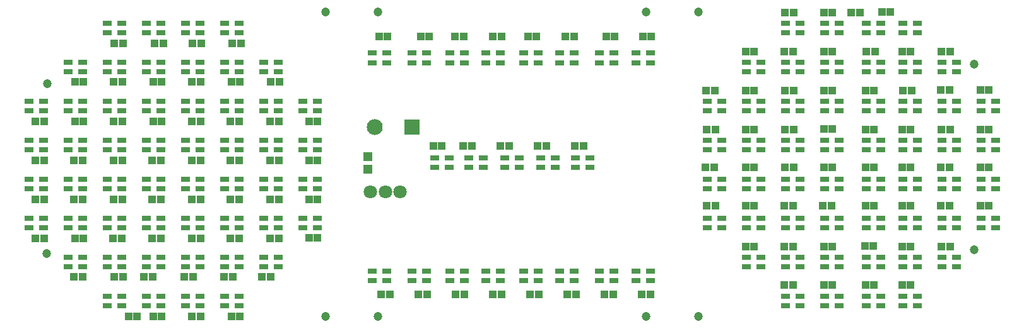
<source format=gbr>
G04 EAGLE Gerber RS-274X export*
G75*
%MOMM*%
%FSLAX34Y34*%
%LPD*%
%INSoldermask Top*%
%IPPOS*%
%AMOC8*
5,1,8,0,0,1.08239X$1,22.5*%
G01*
%ADD10C,1.203200*%
%ADD11C,1.803200*%
%ADD12R,1.203200X0.803200*%
%ADD13R,1.203200X1.303200*%
%ADD14R,1.053200X1.103200*%
%ADD15C,2.133600*%
%ADD16R,2.133600X2.133600*%


D10*
X26000Y334000D03*
X25000Y105000D03*
X400000Y430000D03*
X400000Y20000D03*
X470000Y430000D03*
X470000Y20000D03*
X830000Y20000D03*
X830000Y430000D03*
X900000Y430000D03*
X900000Y20000D03*
X1270000Y110000D03*
X1270000Y360000D03*
D11*
X499700Y187600D03*
X479700Y187600D03*
X459700Y187600D03*
D12*
X264000Y415250D03*
X264000Y402250D03*
X283500Y402250D03*
X283500Y415250D03*
X54000Y362750D03*
X54000Y349750D03*
X73500Y349750D03*
X73500Y362750D03*
X211500Y415250D03*
X211500Y402250D03*
X231000Y402250D03*
X231000Y415250D03*
X159000Y415250D03*
X159000Y402250D03*
X178500Y402250D03*
X178500Y415250D03*
X106500Y415250D03*
X106500Y402250D03*
X126000Y402250D03*
X126000Y415250D03*
X316500Y362750D03*
X316500Y349750D03*
X336000Y349750D03*
X336000Y362750D03*
X264000Y362750D03*
X264000Y349750D03*
X283500Y349750D03*
X283500Y362750D03*
X211500Y362750D03*
X211500Y349750D03*
X231000Y349750D03*
X231000Y362750D03*
X159000Y362750D03*
X159000Y349750D03*
X178500Y349750D03*
X178500Y362750D03*
X106500Y362750D03*
X106500Y349750D03*
X126000Y349750D03*
X126000Y362750D03*
X369000Y310250D03*
X369000Y297250D03*
X388500Y297250D03*
X388500Y310250D03*
X316500Y310250D03*
X316500Y297250D03*
X336000Y297250D03*
X336000Y310250D03*
X264000Y310250D03*
X264000Y297250D03*
X283500Y297250D03*
X283500Y310250D03*
X211500Y310250D03*
X211500Y297250D03*
X231000Y297250D03*
X231000Y310250D03*
X159000Y310250D03*
X159000Y297250D03*
X178500Y297250D03*
X178500Y310250D03*
X106500Y310250D03*
X106500Y297250D03*
X126000Y297250D03*
X126000Y310250D03*
X54000Y310250D03*
X54000Y297250D03*
X73500Y297250D03*
X73500Y310250D03*
X1500Y310250D03*
X1500Y297250D03*
X21000Y297250D03*
X21000Y310250D03*
X369000Y257750D03*
X369000Y244750D03*
X388500Y244750D03*
X388500Y257750D03*
X316500Y257750D03*
X316500Y244750D03*
X336000Y244750D03*
X336000Y257750D03*
X264000Y257750D03*
X264000Y244750D03*
X283500Y244750D03*
X283500Y257750D03*
X211500Y257750D03*
X211500Y244750D03*
X231000Y244750D03*
X231000Y257750D03*
X159000Y257750D03*
X159000Y244750D03*
X178500Y244750D03*
X178500Y257750D03*
X106500Y257750D03*
X106500Y244750D03*
X126000Y244750D03*
X126000Y257750D03*
X54000Y257750D03*
X54000Y244750D03*
X73500Y244750D03*
X73500Y257750D03*
X1500Y257750D03*
X1500Y244750D03*
X21000Y244750D03*
X21000Y257750D03*
X369000Y205250D03*
X369000Y192250D03*
X388500Y192250D03*
X388500Y205250D03*
X316500Y205250D03*
X316500Y192250D03*
X336000Y192250D03*
X336000Y205250D03*
X264000Y205250D03*
X264000Y192250D03*
X283500Y192250D03*
X283500Y205250D03*
X211500Y205250D03*
X211500Y192250D03*
X231000Y192250D03*
X231000Y205250D03*
X159000Y205250D03*
X159000Y192250D03*
X178500Y192250D03*
X178500Y205250D03*
X106500Y205250D03*
X106500Y192250D03*
X126000Y192250D03*
X126000Y205250D03*
X54000Y205250D03*
X54000Y192250D03*
X73500Y192250D03*
X73500Y205250D03*
X1500Y205250D03*
X1500Y192250D03*
X21000Y192250D03*
X21000Y205250D03*
X369000Y152750D03*
X369000Y139750D03*
X388500Y139750D03*
X388500Y152750D03*
X316500Y152750D03*
X316500Y139750D03*
X336000Y139750D03*
X336000Y152750D03*
X264000Y152750D03*
X264000Y139750D03*
X283500Y139750D03*
X283500Y152750D03*
X211500Y152750D03*
X211500Y139750D03*
X231000Y139750D03*
X231000Y152750D03*
X159000Y152750D03*
X159000Y139750D03*
X178500Y139750D03*
X178500Y152750D03*
X106500Y152750D03*
X106500Y139750D03*
X126000Y139750D03*
X126000Y152750D03*
X54000Y152750D03*
X54000Y139750D03*
X73500Y139750D03*
X73500Y152750D03*
X1500Y152750D03*
X1500Y139750D03*
X21000Y139750D03*
X21000Y152750D03*
X316500Y100250D03*
X316500Y87250D03*
X336000Y87250D03*
X336000Y100250D03*
X264000Y100250D03*
X264000Y87250D03*
X283500Y87250D03*
X283500Y100250D03*
X211500Y100250D03*
X211500Y87250D03*
X231000Y87250D03*
X231000Y100250D03*
X159000Y100250D03*
X159000Y87250D03*
X178500Y87250D03*
X178500Y100250D03*
X106500Y100250D03*
X106500Y87250D03*
X126000Y87250D03*
X126000Y100250D03*
X54000Y100250D03*
X54000Y87250D03*
X73500Y87250D03*
X73500Y100250D03*
X264000Y47750D03*
X264000Y34750D03*
X283500Y34750D03*
X283500Y47750D03*
X211500Y47750D03*
X211500Y34750D03*
X231000Y34750D03*
X231000Y47750D03*
X159000Y47750D03*
X159000Y34750D03*
X178500Y34750D03*
X178500Y47750D03*
X106500Y47750D03*
X106500Y34750D03*
X126000Y34750D03*
X126000Y47750D03*
X481720Y68688D03*
X481720Y81688D03*
X462220Y81688D03*
X462220Y68688D03*
X535060Y68688D03*
X535060Y81688D03*
X515560Y81688D03*
X515560Y68688D03*
X585860Y68688D03*
X585860Y81688D03*
X566360Y81688D03*
X566360Y68688D03*
X634120Y68688D03*
X634120Y81688D03*
X614620Y81688D03*
X614620Y68688D03*
X684920Y68688D03*
X684920Y81688D03*
X665420Y81688D03*
X665420Y68688D03*
X733180Y68688D03*
X733180Y81688D03*
X713680Y81688D03*
X713680Y68688D03*
X786520Y68688D03*
X786520Y81688D03*
X767020Y81688D03*
X767020Y68688D03*
X836050Y68688D03*
X836050Y81688D03*
X816550Y81688D03*
X816550Y68688D03*
X735270Y233750D03*
X735270Y220750D03*
X754770Y220750D03*
X754770Y233750D03*
X688280Y233750D03*
X688280Y220750D03*
X707780Y220750D03*
X707780Y233750D03*
X640020Y233750D03*
X640020Y220750D03*
X659520Y220750D03*
X659520Y233750D03*
X591760Y233750D03*
X591760Y220750D03*
X611260Y220750D03*
X611260Y233750D03*
X546040Y233750D03*
X546040Y220750D03*
X565540Y220750D03*
X565540Y233750D03*
X481720Y361750D03*
X481720Y374750D03*
X462220Y374750D03*
X462220Y361750D03*
X535060Y361750D03*
X535060Y374750D03*
X515560Y374750D03*
X515560Y361750D03*
X585860Y361750D03*
X585860Y374750D03*
X566360Y374750D03*
X566360Y361750D03*
X634120Y361750D03*
X634120Y374750D03*
X614620Y374750D03*
X614620Y361750D03*
X684920Y361750D03*
X684920Y374750D03*
X665420Y374750D03*
X665420Y361750D03*
X733180Y361750D03*
X733180Y374750D03*
X713680Y374750D03*
X713680Y361750D03*
X786520Y361750D03*
X786520Y374750D03*
X767020Y374750D03*
X767020Y361750D03*
X836050Y361750D03*
X836050Y374750D03*
X816550Y374750D03*
X816550Y361750D03*
X1036000Y402250D03*
X1036000Y415250D03*
X1016500Y415250D03*
X1016500Y402250D03*
X1088500Y402250D03*
X1088500Y415250D03*
X1069000Y415250D03*
X1069000Y402250D03*
X1144550Y402250D03*
X1144550Y415250D03*
X1125050Y415250D03*
X1125050Y402250D03*
X1193500Y402250D03*
X1193500Y415250D03*
X1174000Y415250D03*
X1174000Y402250D03*
X983500Y349750D03*
X983500Y362750D03*
X964000Y362750D03*
X964000Y349750D03*
X1036000Y349750D03*
X1036000Y362750D03*
X1016500Y362750D03*
X1016500Y349750D03*
X1088500Y349750D03*
X1088500Y362750D03*
X1069000Y362750D03*
X1069000Y349750D03*
X1144550Y349750D03*
X1144550Y362750D03*
X1125050Y362750D03*
X1125050Y349750D03*
X1193500Y349750D03*
X1193500Y362750D03*
X1174000Y362750D03*
X1174000Y349750D03*
X1246000Y349750D03*
X1246000Y362750D03*
X1226500Y362750D03*
X1226500Y349750D03*
X931000Y297250D03*
X931000Y310250D03*
X911500Y310250D03*
X911500Y297250D03*
X983500Y297250D03*
X983500Y310250D03*
X964000Y310250D03*
X964000Y297250D03*
X1036000Y297250D03*
X1036000Y310250D03*
X1016500Y310250D03*
X1016500Y297250D03*
X1088500Y297250D03*
X1088500Y310250D03*
X1069000Y310250D03*
X1069000Y297250D03*
X1144550Y297250D03*
X1144550Y310250D03*
X1125050Y310250D03*
X1125050Y297250D03*
X1193500Y297250D03*
X1193500Y310250D03*
X1174000Y310250D03*
X1174000Y297250D03*
X1246000Y297250D03*
X1246000Y310250D03*
X1226500Y310250D03*
X1226500Y297250D03*
X1298500Y297250D03*
X1298500Y310250D03*
X1279000Y310250D03*
X1279000Y297250D03*
X931000Y244750D03*
X931000Y257750D03*
X911500Y257750D03*
X911500Y244750D03*
X983500Y244750D03*
X983500Y257750D03*
X964000Y257750D03*
X964000Y244750D03*
X1036000Y244750D03*
X1036000Y257750D03*
X1016500Y257750D03*
X1016500Y244750D03*
X1088500Y244750D03*
X1088500Y257750D03*
X1069000Y257750D03*
X1069000Y244750D03*
X1144550Y244750D03*
X1144550Y257750D03*
X1125050Y257750D03*
X1125050Y244750D03*
X1193500Y244750D03*
X1193500Y257750D03*
X1174000Y257750D03*
X1174000Y244750D03*
X1246000Y244750D03*
X1246000Y257750D03*
X1226500Y257750D03*
X1226500Y244750D03*
X1298500Y244750D03*
X1298500Y257750D03*
X1279000Y257750D03*
X1279000Y244750D03*
X931000Y192250D03*
X931000Y205250D03*
X911500Y205250D03*
X911500Y192250D03*
X983500Y192250D03*
X983500Y205250D03*
X964000Y205250D03*
X964000Y192250D03*
X1036000Y192250D03*
X1036000Y205250D03*
X1016500Y205250D03*
X1016500Y192250D03*
X1088500Y192250D03*
X1088500Y205250D03*
X1069000Y205250D03*
X1069000Y192250D03*
X1144550Y192250D03*
X1144550Y205250D03*
X1125050Y205250D03*
X1125050Y192250D03*
X1193500Y192250D03*
X1193500Y205250D03*
X1174000Y205250D03*
X1174000Y192250D03*
X1246000Y192250D03*
X1246000Y205250D03*
X1226500Y205250D03*
X1226500Y192250D03*
X1298500Y192250D03*
X1298500Y205250D03*
X1279000Y205250D03*
X1279000Y192250D03*
X931000Y139750D03*
X931000Y152750D03*
X911500Y152750D03*
X911500Y139750D03*
X983500Y139750D03*
X983500Y152750D03*
X964000Y152750D03*
X964000Y139750D03*
X1036000Y139750D03*
X1036000Y152750D03*
X1016500Y152750D03*
X1016500Y139750D03*
X1088500Y139750D03*
X1088500Y152750D03*
X1069000Y152750D03*
X1069000Y139750D03*
X1144550Y139750D03*
X1144550Y152750D03*
X1125050Y152750D03*
X1125050Y139750D03*
X1193500Y139750D03*
X1193500Y152750D03*
X1174000Y152750D03*
X1174000Y139750D03*
X1246000Y139750D03*
X1246000Y152750D03*
X1226500Y152750D03*
X1226500Y139750D03*
X1298500Y139750D03*
X1298500Y152750D03*
X1279000Y152750D03*
X1279000Y139750D03*
X983500Y87250D03*
X983500Y100250D03*
X964000Y100250D03*
X964000Y87250D03*
X1036000Y87250D03*
X1036000Y100250D03*
X1016500Y100250D03*
X1016500Y87250D03*
X1088500Y87250D03*
X1088500Y100250D03*
X1069000Y100250D03*
X1069000Y87250D03*
X1144550Y87250D03*
X1144550Y100250D03*
X1125050Y100250D03*
X1125050Y87250D03*
X1193500Y87250D03*
X1193500Y100250D03*
X1174000Y100250D03*
X1174000Y87250D03*
X1246000Y87250D03*
X1246000Y100250D03*
X1226500Y100250D03*
X1226500Y87250D03*
X1036000Y34750D03*
X1036000Y47750D03*
X1016500Y47750D03*
X1016500Y34750D03*
X1088500Y34750D03*
X1088500Y47750D03*
X1069000Y47750D03*
X1069000Y34750D03*
X1144550Y34750D03*
X1144550Y47750D03*
X1125050Y47750D03*
X1125050Y34750D03*
X1193500Y34750D03*
X1193500Y47750D03*
X1174000Y47750D03*
X1174000Y34750D03*
D13*
X456000Y218500D03*
X456000Y235500D03*
D14*
X285800Y388000D03*
X274200Y388000D03*
X232800Y388000D03*
X221200Y388000D03*
X181800Y388000D03*
X170200Y388000D03*
X127800Y388000D03*
X116200Y388000D03*
X273200Y336000D03*
X284800Y336000D03*
X220200Y336000D03*
X231800Y336000D03*
X168200Y336000D03*
X179800Y336000D03*
X115200Y336000D03*
X126800Y336000D03*
X63200Y336000D03*
X74800Y336000D03*
X326200Y336000D03*
X337800Y336000D03*
X377200Y283000D03*
X388800Y283000D03*
X325200Y283000D03*
X336800Y283000D03*
X272200Y283000D03*
X283800Y283000D03*
X220200Y283000D03*
X231800Y283000D03*
X168200Y283000D03*
X179800Y283000D03*
X115200Y283000D03*
X126800Y283000D03*
X63200Y283000D03*
X74800Y283000D03*
X10200Y283000D03*
X21800Y283000D03*
X10200Y230000D03*
X21800Y230000D03*
X62200Y230000D03*
X73800Y230000D03*
X377200Y230000D03*
X388800Y230000D03*
X325200Y230000D03*
X336800Y230000D03*
X272200Y230000D03*
X283800Y230000D03*
X220200Y230000D03*
X231800Y230000D03*
X167200Y230000D03*
X178800Y230000D03*
X115200Y230000D03*
X126800Y230000D03*
X10200Y178000D03*
X21800Y178000D03*
X62200Y178000D03*
X73800Y178000D03*
X377200Y178000D03*
X388800Y178000D03*
X325200Y178000D03*
X336800Y178000D03*
X272200Y178000D03*
X283800Y178000D03*
X220200Y178000D03*
X231800Y178000D03*
X167200Y178000D03*
X178800Y178000D03*
X115200Y178000D03*
X126800Y178000D03*
X10200Y125000D03*
X21800Y125000D03*
X63200Y125000D03*
X74800Y125000D03*
X377200Y126000D03*
X388800Y126000D03*
X325200Y125000D03*
X336800Y125000D03*
X272200Y125000D03*
X283800Y125000D03*
X220200Y125000D03*
X231800Y125000D03*
X167200Y125000D03*
X178800Y125000D03*
X114200Y125000D03*
X125800Y125000D03*
X62200Y74000D03*
X73800Y74000D03*
X325800Y74000D03*
X314200Y74000D03*
X274800Y74000D03*
X263200Y74000D03*
X221800Y74000D03*
X210200Y74000D03*
X167800Y74000D03*
X156200Y74000D03*
X116200Y74000D03*
X127800Y74000D03*
X273200Y20000D03*
X284800Y20000D03*
X220200Y20000D03*
X231800Y20000D03*
X168200Y20000D03*
X179800Y20000D03*
X135200Y20000D03*
X146800Y20000D03*
X471200Y397000D03*
X482800Y397000D03*
X527200Y397000D03*
X538800Y397000D03*
X573200Y397000D03*
X584800Y397000D03*
X624200Y397000D03*
X635800Y397000D03*
X671200Y397000D03*
X682800Y397000D03*
X721200Y397000D03*
X732800Y397000D03*
X776200Y397000D03*
X787800Y397000D03*
X825200Y397000D03*
X836800Y397000D03*
X645800Y250000D03*
X634200Y250000D03*
X595800Y250000D03*
X584200Y250000D03*
X555800Y250000D03*
X544200Y250000D03*
X695800Y250000D03*
X684200Y250000D03*
X745800Y250000D03*
X734200Y250000D03*
X474200Y50000D03*
X485800Y50000D03*
X524200Y50000D03*
X535800Y50000D03*
X574200Y50000D03*
X585800Y50000D03*
X624200Y50000D03*
X635800Y50000D03*
X674200Y50000D03*
X685800Y50000D03*
X724200Y50000D03*
X735800Y50000D03*
X774200Y50000D03*
X785800Y50000D03*
X824200Y50000D03*
X835800Y50000D03*
D15*
X466000Y275000D03*
D16*
X516000Y275000D03*
D14*
X1027800Y429000D03*
X1016200Y429000D03*
X1079800Y429000D03*
X1068200Y429000D03*
X1116800Y429000D03*
X1105200Y429000D03*
X1157800Y430000D03*
X1146200Y430000D03*
X974800Y377000D03*
X963200Y377000D03*
X1026800Y377000D03*
X1015200Y377000D03*
X1079800Y377000D03*
X1068200Y377000D03*
X1136800Y377000D03*
X1125200Y377000D03*
X1184800Y377000D03*
X1173200Y377000D03*
X1237800Y377000D03*
X1226200Y377000D03*
X921800Y324000D03*
X910200Y324000D03*
X974800Y324000D03*
X963200Y324000D03*
X1027800Y324000D03*
X1016200Y324000D03*
X1079800Y324000D03*
X1068200Y324000D03*
X1135800Y324000D03*
X1124200Y324000D03*
X1185800Y324000D03*
X1174200Y324000D03*
X1236800Y325000D03*
X1225200Y325000D03*
X1289800Y325000D03*
X1278200Y325000D03*
X922800Y272000D03*
X911200Y272000D03*
X974800Y272000D03*
X963200Y272000D03*
X1027800Y272000D03*
X1016200Y272000D03*
X1079800Y273000D03*
X1068200Y273000D03*
X1135800Y272000D03*
X1124200Y272000D03*
X1184800Y272000D03*
X1173200Y272000D03*
X1237800Y272000D03*
X1226200Y272000D03*
X1289800Y272000D03*
X1278200Y272000D03*
X920800Y221000D03*
X909200Y221000D03*
X974800Y221000D03*
X963200Y221000D03*
X1027800Y221000D03*
X1016200Y221000D03*
X1079800Y221000D03*
X1068200Y221000D03*
X1135800Y221000D03*
X1124200Y221000D03*
X1184800Y221000D03*
X1173200Y221000D03*
X1236800Y221000D03*
X1225200Y221000D03*
X1289800Y221000D03*
X1278200Y221000D03*
X922800Y169000D03*
X911200Y169000D03*
X974800Y169000D03*
X963200Y169000D03*
X1026800Y169000D03*
X1015200Y169000D03*
X1078800Y169000D03*
X1067200Y169000D03*
X1135800Y169000D03*
X1124200Y169000D03*
X1184800Y169000D03*
X1173200Y169000D03*
X1236800Y169000D03*
X1225200Y169000D03*
X1289800Y169000D03*
X1278200Y169000D03*
X974800Y114000D03*
X963200Y114000D03*
X1026800Y114000D03*
X1015200Y114000D03*
X1079800Y114000D03*
X1068200Y114000D03*
X1134800Y115000D03*
X1123200Y115000D03*
X1184800Y114000D03*
X1173200Y114000D03*
X1237800Y114000D03*
X1226200Y114000D03*
X1026800Y63000D03*
X1015200Y63000D03*
X1079800Y63000D03*
X1068200Y63000D03*
X1135800Y63000D03*
X1124200Y63000D03*
X1184800Y63000D03*
X1173200Y63000D03*
M02*

</source>
